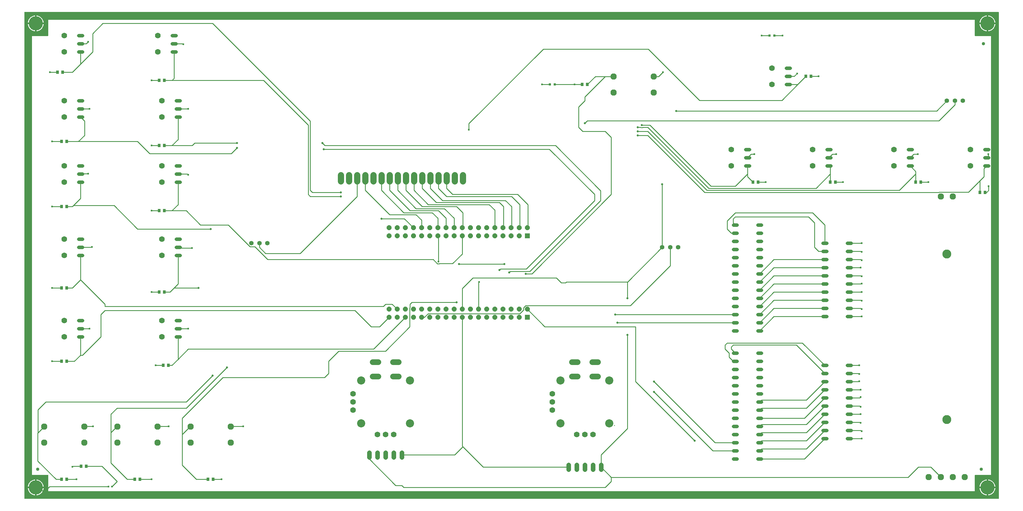
<source format=gbr>
G04 EAGLE Gerber RS-274X export*
G75*
%MOIN*%
%FSLAX34Y34*%
%LPD*%
%INTop Copper*%
%IPPOS*%
%AMOC8*
5,1,8,0,0,1.08239X$1,22.5*%
G01*
%ADD10R,0.060000X0.060000*%
%ADD11P,0.064943X8X202.500000*%
%ADD12C,0.077165*%
%ADD13C,0.055118*%
%ADD14C,0.070000*%
%ADD15C,0.070000*%
%ADD16C,0.100000*%
%ADD17C,0.056000*%
%ADD18C,0.076000*%
%ADD19C,0.110236*%
%ADD20C,0.044094*%
%ADD21C,0.044800*%
%ADD22R,0.031496X0.031496*%
%ADD23R,0.037400X0.040600*%
%ADD24C,0.175000*%
%ADD25C,0.040000*%
%ADD26R,0.024000X0.020000*%
%ADD27C,0.010000*%
%ADD28C,0.024000*%
%ADD29C,0.025780*%

G36*
X119899Y59855D02*
X119899Y59855D01*
X119898Y59860D01*
X119898Y59861D01*
X119898Y59862D01*
X119896Y59867D01*
X119894Y59872D01*
X119894Y59873D01*
X119893Y59874D01*
X119890Y59878D01*
X119887Y59882D01*
X119886Y59883D01*
X119886Y59884D01*
X119882Y59887D01*
X119878Y59890D01*
X119877Y59891D01*
X119876Y59892D01*
X119872Y59894D01*
X119867Y59896D01*
X119866Y59896D01*
X119865Y59897D01*
X119853Y59899D01*
X119851Y59899D01*
X119850Y59899D01*
X150Y59899D01*
X145Y59899D01*
X140Y59898D01*
X139Y59898D01*
X138Y59898D01*
X133Y59896D01*
X128Y59894D01*
X127Y59894D01*
X126Y59893D01*
X122Y59890D01*
X118Y59887D01*
X117Y59886D01*
X116Y59886D01*
X113Y59882D01*
X110Y59878D01*
X109Y59877D01*
X108Y59876D01*
X106Y59872D01*
X104Y59867D01*
X104Y59866D01*
X103Y59865D01*
X101Y59853D01*
X101Y59851D01*
X101Y59850D01*
X101Y150D01*
X101Y145D01*
X102Y140D01*
X102Y139D01*
X102Y138D01*
X104Y133D01*
X106Y128D01*
X106Y127D01*
X107Y126D01*
X110Y122D01*
X113Y118D01*
X114Y117D01*
X114Y116D01*
X118Y113D01*
X122Y110D01*
X123Y109D01*
X124Y108D01*
X128Y106D01*
X133Y104D01*
X134Y104D01*
X135Y103D01*
X147Y101D01*
X149Y101D01*
X150Y101D01*
X119850Y101D01*
X119855Y101D01*
X119860Y102D01*
X119861Y102D01*
X119862Y102D01*
X119867Y104D01*
X119872Y106D01*
X119873Y106D01*
X119874Y107D01*
X119878Y110D01*
X119882Y113D01*
X119883Y114D01*
X119884Y114D01*
X119887Y118D01*
X119890Y122D01*
X119891Y123D01*
X119892Y124D01*
X119894Y128D01*
X119896Y133D01*
X119896Y134D01*
X119897Y135D01*
X119899Y147D01*
X119899Y149D01*
X119899Y150D01*
X119899Y59850D01*
X119899Y59855D01*
G37*
%LPC*%
G36*
X3000Y56951D02*
X3000Y56951D01*
X3005Y56951D01*
X3010Y56952D01*
X3011Y56952D01*
X3012Y56952D01*
X3017Y56954D01*
X3022Y56956D01*
X3023Y56956D01*
X3024Y56957D01*
X3028Y56960D01*
X3032Y56963D01*
X3033Y56964D01*
X3034Y56964D01*
X3037Y56968D01*
X3040Y56972D01*
X3041Y56973D01*
X3042Y56974D01*
X3044Y56978D01*
X3046Y56983D01*
X3046Y56984D01*
X3047Y56985D01*
X3049Y56997D01*
X3049Y56999D01*
X3049Y57000D01*
X3049Y58951D01*
X116951Y58951D01*
X116951Y57000D01*
X116951Y56995D01*
X116952Y56990D01*
X116952Y56989D01*
X116952Y56988D01*
X116954Y56983D01*
X116956Y56978D01*
X116956Y56977D01*
X116957Y56976D01*
X116960Y56972D01*
X116963Y56968D01*
X116964Y56967D01*
X116964Y56966D01*
X116968Y56963D01*
X116972Y56960D01*
X116973Y56959D01*
X116974Y56958D01*
X116978Y56956D01*
X116983Y56954D01*
X116984Y56954D01*
X116985Y56953D01*
X116997Y56951D01*
X116999Y56951D01*
X117000Y56951D01*
X118951Y56951D01*
X118951Y3049D01*
X117000Y3049D01*
X116995Y3049D01*
X116990Y3048D01*
X116989Y3048D01*
X116988Y3048D01*
X116983Y3046D01*
X116978Y3044D01*
X116977Y3044D01*
X116976Y3043D01*
X116972Y3040D01*
X116968Y3037D01*
X116967Y3036D01*
X116966Y3036D01*
X116963Y3032D01*
X116960Y3028D01*
X116959Y3027D01*
X116958Y3026D01*
X116956Y3022D01*
X116954Y3017D01*
X116954Y3016D01*
X116953Y3015D01*
X116951Y3003D01*
X116951Y3001D01*
X116951Y3000D01*
X116951Y1049D01*
X3049Y1049D01*
X3049Y3000D01*
X3049Y3005D01*
X3048Y3010D01*
X3048Y3011D01*
X3048Y3012D01*
X3046Y3017D01*
X3044Y3022D01*
X3044Y3023D01*
X3043Y3024D01*
X3040Y3028D01*
X3037Y3032D01*
X3036Y3033D01*
X3036Y3034D01*
X3032Y3037D01*
X3028Y3040D01*
X3027Y3041D01*
X3026Y3042D01*
X3022Y3044D01*
X3017Y3046D01*
X3016Y3046D01*
X3015Y3047D01*
X3003Y3049D01*
X3001Y3049D01*
X3000Y3049D01*
X1049Y3049D01*
X1049Y56951D01*
X3000Y56951D01*
G37*
%LPD*%
%LPC*%
G36*
X529Y58599D02*
X529Y58599D01*
X537Y58664D01*
X561Y58771D01*
X597Y58874D01*
X645Y58973D01*
X703Y59066D01*
X771Y59151D01*
X849Y59229D01*
X934Y59297D01*
X1027Y59355D01*
X1126Y59403D01*
X1229Y59439D01*
X1336Y59463D01*
X1401Y59471D01*
X1401Y58599D01*
X529Y58599D01*
G37*
%LPD*%
%LPC*%
G36*
X1599Y58599D02*
X1599Y58599D01*
X1599Y59471D01*
X1664Y59463D01*
X1771Y59439D01*
X1874Y59403D01*
X1973Y59355D01*
X2066Y59297D01*
X2151Y59229D01*
X2229Y59151D01*
X2297Y59066D01*
X2355Y58973D01*
X2403Y58874D01*
X2439Y58771D01*
X2463Y58664D01*
X2471Y58599D01*
X1599Y58599D01*
G37*
%LPD*%
%LPC*%
G36*
X117529Y58599D02*
X117529Y58599D01*
X117537Y58664D01*
X117561Y58771D01*
X117597Y58874D01*
X117645Y58973D01*
X117703Y59066D01*
X117771Y59151D01*
X117849Y59229D01*
X117934Y59297D01*
X118027Y59355D01*
X118126Y59403D01*
X118229Y59439D01*
X118336Y59463D01*
X118401Y59471D01*
X118401Y58599D01*
X117529Y58599D01*
G37*
%LPD*%
%LPC*%
G36*
X118599Y58599D02*
X118599Y58599D01*
X118599Y59471D01*
X118664Y59463D01*
X118771Y59439D01*
X118874Y59403D01*
X118973Y59355D01*
X119066Y59297D01*
X119151Y59229D01*
X119229Y59151D01*
X119297Y59066D01*
X119355Y58973D01*
X119403Y58874D01*
X119439Y58771D01*
X119463Y58664D01*
X119471Y58599D01*
X118599Y58599D01*
G37*
%LPD*%
%LPC*%
G36*
X118599Y58401D02*
X118599Y58401D01*
X119471Y58401D01*
X119463Y58336D01*
X119439Y58229D01*
X119403Y58126D01*
X119355Y58027D01*
X119297Y57934D01*
X119229Y57849D01*
X119151Y57771D01*
X119066Y57703D01*
X118973Y57645D01*
X118874Y57597D01*
X118771Y57561D01*
X118664Y57537D01*
X118599Y57529D01*
X118599Y58401D01*
G37*
%LPD*%
%LPC*%
G36*
X118336Y57537D02*
X118336Y57537D01*
X118229Y57561D01*
X118126Y57597D01*
X118027Y57645D01*
X117934Y57703D01*
X117849Y57771D01*
X117771Y57849D01*
X117703Y57934D01*
X117645Y58027D01*
X117597Y58126D01*
X117561Y58229D01*
X117537Y58336D01*
X117529Y58401D01*
X118401Y58401D01*
X118401Y57529D01*
X118336Y57537D01*
G37*
%LPD*%
%LPC*%
G36*
X1599Y58401D02*
X1599Y58401D01*
X2471Y58401D01*
X2463Y58336D01*
X2439Y58229D01*
X2403Y58126D01*
X2355Y58027D01*
X2297Y57934D01*
X2229Y57849D01*
X2151Y57771D01*
X2066Y57703D01*
X1973Y57645D01*
X1874Y57597D01*
X1771Y57561D01*
X1664Y57537D01*
X1599Y57529D01*
X1599Y58401D01*
G37*
%LPD*%
%LPC*%
G36*
X1336Y57537D02*
X1336Y57537D01*
X1229Y57561D01*
X1126Y57597D01*
X1027Y57645D01*
X934Y57703D01*
X849Y57771D01*
X771Y57849D01*
X703Y57934D01*
X645Y58027D01*
X597Y58126D01*
X561Y58229D01*
X537Y58336D01*
X529Y58401D01*
X1401Y58401D01*
X1401Y57529D01*
X1336Y57537D01*
G37*
%LPD*%
%LPC*%
G36*
X1599Y1599D02*
X1599Y1599D01*
X1599Y2471D01*
X1664Y2463D01*
X1771Y2439D01*
X1874Y2403D01*
X1973Y2355D01*
X2066Y2297D01*
X2151Y2229D01*
X2229Y2151D01*
X2297Y2066D01*
X2355Y1973D01*
X2403Y1874D01*
X2439Y1771D01*
X2463Y1664D01*
X2471Y1599D01*
X1599Y1599D01*
G37*
%LPD*%
%LPC*%
G36*
X118599Y1599D02*
X118599Y1599D01*
X118599Y2471D01*
X118664Y2463D01*
X118771Y2439D01*
X118874Y2403D01*
X118973Y2355D01*
X119066Y2297D01*
X119151Y2229D01*
X119229Y2151D01*
X119297Y2066D01*
X119355Y1973D01*
X119403Y1874D01*
X119439Y1771D01*
X119463Y1664D01*
X119471Y1599D01*
X118599Y1599D01*
G37*
%LPD*%
%LPC*%
G36*
X529Y1599D02*
X529Y1599D01*
X537Y1664D01*
X561Y1771D01*
X597Y1874D01*
X645Y1973D01*
X703Y2066D01*
X771Y2151D01*
X849Y2229D01*
X934Y2297D01*
X1027Y2355D01*
X1126Y2403D01*
X1229Y2439D01*
X1336Y2463D01*
X1401Y2471D01*
X1401Y1599D01*
X529Y1599D01*
G37*
%LPD*%
%LPC*%
G36*
X117529Y1599D02*
X117529Y1599D01*
X117537Y1664D01*
X117561Y1771D01*
X117597Y1874D01*
X117645Y1973D01*
X117703Y2066D01*
X117771Y2151D01*
X117849Y2229D01*
X117934Y2297D01*
X118027Y2355D01*
X118126Y2403D01*
X118229Y2439D01*
X118336Y2463D01*
X118401Y2471D01*
X118401Y1599D01*
X117529Y1599D01*
G37*
%LPD*%
%LPC*%
G36*
X118599Y1401D02*
X118599Y1401D01*
X119471Y1401D01*
X119463Y1336D01*
X119439Y1229D01*
X119403Y1126D01*
X119355Y1027D01*
X119297Y934D01*
X119229Y849D01*
X119151Y771D01*
X119066Y703D01*
X118973Y645D01*
X118874Y597D01*
X118771Y561D01*
X118664Y537D01*
X118599Y529D01*
X118599Y1401D01*
G37*
%LPD*%
%LPC*%
G36*
X118336Y537D02*
X118336Y537D01*
X118229Y561D01*
X118126Y597D01*
X118027Y645D01*
X117934Y703D01*
X117849Y771D01*
X117771Y849D01*
X117703Y934D01*
X117645Y1027D01*
X117597Y1126D01*
X117561Y1229D01*
X117537Y1336D01*
X117529Y1401D01*
X118401Y1401D01*
X118401Y529D01*
X118336Y537D01*
G37*
%LPD*%
%LPC*%
G36*
X1599Y1401D02*
X1599Y1401D01*
X2471Y1401D01*
X2463Y1336D01*
X2439Y1229D01*
X2403Y1126D01*
X2355Y1027D01*
X2297Y934D01*
X2229Y849D01*
X2151Y771D01*
X2066Y703D01*
X1973Y645D01*
X1874Y597D01*
X1771Y561D01*
X1664Y537D01*
X1599Y529D01*
X1599Y1401D01*
G37*
%LPD*%
%LPC*%
G36*
X1336Y537D02*
X1336Y537D01*
X1229Y561D01*
X1126Y597D01*
X1027Y645D01*
X934Y703D01*
X849Y771D01*
X771Y849D01*
X703Y934D01*
X645Y1027D01*
X597Y1126D01*
X561Y1229D01*
X537Y1336D01*
X529Y1401D01*
X1401Y1401D01*
X1401Y529D01*
X1336Y537D01*
G37*
%LPD*%
%LPC*%
G36*
X118499Y58499D02*
X118499Y58499D01*
X118499Y58501D01*
X118501Y58501D01*
X118501Y58499D01*
X118499Y58499D01*
G37*
%LPD*%
%LPC*%
G36*
X1499Y58499D02*
X1499Y58499D01*
X1499Y58501D01*
X1501Y58501D01*
X1501Y58499D01*
X1499Y58499D01*
G37*
%LPD*%
%LPC*%
G36*
X118499Y1499D02*
X118499Y1499D01*
X118499Y1501D01*
X118501Y1501D01*
X118501Y1499D01*
X118499Y1499D01*
G37*
%LPD*%
%LPC*%
G36*
X1499Y1499D02*
X1499Y1499D01*
X1499Y1501D01*
X1501Y1501D01*
X1501Y1499D01*
X1499Y1499D01*
G37*
%LPD*%
D10*
X61923Y22390D03*
D11*
X61923Y23390D03*
X60923Y22390D03*
X60923Y23390D03*
X59923Y22390D03*
X59923Y23390D03*
X58923Y22390D03*
X58923Y23390D03*
X57923Y22390D03*
X57923Y23390D03*
X56923Y22390D03*
X56923Y23390D03*
X55923Y22390D03*
X55923Y23390D03*
X54923Y22390D03*
X54923Y23390D03*
X53923Y22390D03*
X53923Y23390D03*
X52923Y22390D03*
X52923Y23390D03*
X51923Y22390D03*
X51923Y23390D03*
X50923Y22390D03*
X50923Y23390D03*
X49923Y22390D03*
X49923Y23390D03*
X48923Y22390D03*
X48923Y23390D03*
X47923Y22390D03*
X47923Y23390D03*
X46923Y22390D03*
X46923Y23390D03*
X45923Y22390D03*
X45923Y23390D03*
X44923Y22390D03*
X44923Y23390D03*
D10*
X61923Y32390D03*
D11*
X61923Y33390D03*
X60923Y32390D03*
X60923Y33390D03*
X59923Y32390D03*
X59923Y33390D03*
X58923Y32390D03*
X58923Y33390D03*
X57923Y32390D03*
X57923Y33390D03*
X56923Y32390D03*
X56923Y33390D03*
X55923Y32390D03*
X55923Y33390D03*
X54923Y32390D03*
X54923Y33390D03*
X53923Y32390D03*
X53923Y33390D03*
X52923Y32390D03*
X52923Y33390D03*
X51923Y32390D03*
X51923Y33390D03*
X50923Y32390D03*
X50923Y33390D03*
X49923Y32390D03*
X49923Y33390D03*
X48923Y32390D03*
X48923Y33390D03*
X47923Y32390D03*
X47923Y33390D03*
X46923Y32390D03*
X46923Y33390D03*
X45923Y32390D03*
X45923Y33390D03*
X44923Y32390D03*
X44923Y33390D03*
D12*
X77461Y51984D03*
X77461Y50016D03*
X72539Y50016D03*
X72539Y51984D03*
D13*
X78516Y31000D03*
X79500Y31000D03*
X80484Y31000D03*
D14*
X43600Y16922D02*
X42900Y16922D01*
X45400Y16922D02*
X46100Y16922D01*
X43600Y15150D02*
X42900Y15150D01*
X45400Y15150D02*
X46100Y15150D01*
D15*
X43500Y8000D03*
X44500Y8000D03*
X45500Y8000D03*
D16*
X41500Y14625D03*
X41500Y9375D03*
X47500Y9375D03*
X47500Y14625D03*
D15*
X40500Y13000D03*
X40500Y12000D03*
X40500Y11000D03*
D17*
X46500Y5780D02*
X46500Y5220D01*
X45500Y5220D02*
X45500Y5780D01*
X44500Y5780D02*
X44500Y5220D01*
X43500Y5220D02*
X43500Y5780D01*
X42500Y5780D02*
X42500Y5220D01*
D18*
X39000Y39120D02*
X39000Y39880D01*
X40000Y39880D02*
X40000Y39120D01*
X41000Y39120D02*
X41000Y39880D01*
X42000Y39880D02*
X42000Y39120D01*
X43000Y39120D02*
X43000Y39880D01*
X44000Y39880D02*
X44000Y39120D01*
X45000Y39120D02*
X45000Y39880D01*
X46000Y39880D02*
X46000Y39120D01*
X47000Y39120D02*
X47000Y39880D01*
X48000Y39880D02*
X48000Y39120D01*
X49000Y39120D02*
X49000Y39880D01*
X50000Y39880D02*
X50000Y39120D01*
X51000Y39120D02*
X51000Y39880D01*
X52000Y39880D02*
X52000Y39120D01*
X53000Y39120D02*
X53000Y39880D01*
X54000Y39880D02*
X54000Y39120D01*
D19*
X113500Y9823D03*
X113500Y30177D03*
D12*
X111285Y2776D03*
X112762Y2776D03*
X114238Y2776D03*
X115715Y2776D03*
X112762Y37224D03*
X114238Y37224D03*
D20*
X87720Y18000D02*
X87280Y18000D01*
X87280Y17000D02*
X87720Y17000D01*
X87720Y16000D02*
X87280Y16000D01*
X87280Y15000D02*
X87720Y15000D01*
X87720Y14000D02*
X87280Y14000D01*
X87280Y13000D02*
X87720Y13000D01*
X87720Y12000D02*
X87280Y12000D01*
X87280Y11000D02*
X87720Y11000D01*
X87720Y10000D02*
X87280Y10000D01*
X87280Y9000D02*
X87720Y9000D01*
X87720Y8000D02*
X87280Y8000D01*
X87280Y7000D02*
X87720Y7000D01*
X87720Y6000D02*
X87280Y6000D01*
X87280Y5000D02*
X87720Y5000D01*
X90280Y18000D02*
X90720Y18000D01*
X90720Y17000D02*
X90280Y17000D01*
X90280Y16000D02*
X90720Y16000D01*
X90720Y15000D02*
X90280Y15000D01*
X90280Y14000D02*
X90720Y14000D01*
X90720Y13000D02*
X90280Y13000D01*
X90280Y12000D02*
X90720Y12000D01*
X90720Y11000D02*
X90280Y11000D01*
X90280Y10000D02*
X90720Y10000D01*
X90720Y9000D02*
X90280Y9000D01*
X90280Y8000D02*
X90720Y8000D01*
X90720Y7000D02*
X90280Y7000D01*
X90280Y6000D02*
X90720Y6000D01*
X90720Y5000D02*
X90280Y5000D01*
D21*
X98276Y16500D02*
X98724Y16500D01*
X98724Y15500D02*
X98276Y15500D01*
X98276Y10500D02*
X98724Y10500D01*
X98724Y9500D02*
X98276Y9500D01*
X98276Y14500D02*
X98724Y14500D01*
X98724Y13500D02*
X98276Y13500D01*
X98276Y11500D02*
X98724Y11500D01*
X98724Y12500D02*
X98276Y12500D01*
X98276Y8500D02*
X98724Y8500D01*
X98724Y7500D02*
X98276Y7500D01*
X101276Y7500D02*
X101724Y7500D01*
X101724Y8500D02*
X101276Y8500D01*
X101276Y9500D02*
X101724Y9500D01*
X101724Y10500D02*
X101276Y10500D01*
X101276Y11500D02*
X101724Y11500D01*
X101724Y12500D02*
X101276Y12500D01*
X101276Y13500D02*
X101724Y13500D01*
X101724Y14500D02*
X101276Y14500D01*
X101276Y15500D02*
X101724Y15500D01*
X101724Y16500D02*
X101276Y16500D01*
D13*
X113516Y49000D03*
X114500Y49000D03*
X115484Y49000D03*
D22*
X65295Y51000D03*
X64705Y51000D03*
D21*
X7224Y55000D02*
X6776Y55000D01*
X6776Y56000D02*
X7224Y56000D01*
X7224Y57000D02*
X6776Y57000D01*
D15*
X5000Y55000D03*
X5000Y57000D03*
D21*
X18276Y55000D02*
X18724Y55000D01*
X18724Y56000D02*
X18276Y56000D01*
X18276Y57000D02*
X18724Y57000D01*
D15*
X16500Y55000D03*
X16500Y57000D03*
D22*
X91705Y57000D03*
X92295Y57000D03*
D23*
X4815Y52500D03*
X4185Y52500D03*
X17315Y51500D03*
X16685Y51500D03*
D21*
X7224Y47000D02*
X6776Y47000D01*
X6776Y48000D02*
X7224Y48000D01*
X7224Y49000D02*
X6776Y49000D01*
D15*
X5000Y47000D03*
X5000Y49000D03*
D23*
X5315Y44000D03*
X4685Y44000D03*
D21*
X18776Y47000D02*
X19224Y47000D01*
X19224Y48000D02*
X18776Y48000D01*
X18776Y49000D02*
X19224Y49000D01*
D15*
X17000Y47000D03*
X17000Y49000D03*
D23*
X17315Y43500D03*
X16685Y43500D03*
D21*
X7224Y39000D02*
X6776Y39000D01*
X6776Y40000D02*
X7224Y40000D01*
X7224Y41000D02*
X6776Y41000D01*
D15*
X5000Y39000D03*
X5000Y41000D03*
D23*
X5315Y36000D03*
X4685Y36000D03*
D21*
X18776Y39000D02*
X19224Y39000D01*
X19224Y40000D02*
X18776Y40000D01*
X18776Y41000D02*
X19224Y41000D01*
D15*
X17000Y39000D03*
X17000Y41000D03*
D23*
X17315Y35500D03*
X16685Y35500D03*
D21*
X7224Y30000D02*
X6776Y30000D01*
X6776Y31000D02*
X7224Y31000D01*
X7224Y32000D02*
X6776Y32000D01*
D15*
X5000Y30000D03*
X5000Y32000D03*
D23*
X5315Y26000D03*
X4685Y26000D03*
D21*
X18776Y30000D02*
X19224Y30000D01*
X19224Y31000D02*
X18776Y31000D01*
X18776Y32000D02*
X19224Y32000D01*
D15*
X17000Y30000D03*
X17000Y32000D03*
D23*
X17315Y25500D03*
X16685Y25500D03*
D21*
X7224Y20000D02*
X6776Y20000D01*
X6776Y21000D02*
X7224Y21000D01*
X7224Y22000D02*
X6776Y22000D01*
D15*
X5000Y20000D03*
X5000Y22000D03*
D23*
X5315Y17000D03*
X4685Y17000D03*
D21*
X18776Y20000D02*
X19224Y20000D01*
X19224Y21000D02*
X18776Y21000D01*
X18776Y22000D02*
X19224Y22000D01*
D15*
X17000Y20000D03*
X17000Y22000D03*
D23*
X17815Y16500D03*
X17185Y16500D03*
D21*
X93776Y51000D02*
X94224Y51000D01*
X94224Y52000D02*
X93776Y52000D01*
X93776Y53000D02*
X94224Y53000D01*
D15*
X92000Y51000D03*
X92000Y53000D03*
D23*
X96185Y52000D03*
X96815Y52000D03*
D21*
X89224Y41000D02*
X88776Y41000D01*
X88776Y42000D02*
X89224Y42000D01*
X89224Y43000D02*
X88776Y43000D01*
D15*
X87000Y41000D03*
X87000Y43000D03*
D23*
X89685Y39000D03*
X90315Y39000D03*
D21*
X98776Y41000D02*
X99224Y41000D01*
X99224Y42000D02*
X98776Y42000D01*
X98776Y43000D02*
X99224Y43000D01*
D15*
X97000Y41000D03*
X97000Y43000D03*
D23*
X99185Y39000D03*
X99815Y39000D03*
D21*
X108776Y41000D02*
X109224Y41000D01*
X109224Y42000D02*
X108776Y42000D01*
X108776Y43000D02*
X109224Y43000D01*
D15*
X107000Y41000D03*
X107000Y43000D03*
D23*
X109685Y39000D03*
X110315Y39000D03*
D21*
X118176Y41000D02*
X118624Y41000D01*
X118624Y42000D02*
X118176Y42000D01*
X118176Y43000D02*
X118624Y43000D01*
D15*
X116400Y41000D03*
X116400Y43000D03*
D23*
X117585Y37750D03*
X118215Y37750D03*
X68685Y51000D03*
X69315Y51000D03*
D12*
X7461Y8984D03*
X7461Y7016D03*
X2539Y7016D03*
X2539Y8984D03*
D23*
X5315Y2500D03*
X4685Y2500D03*
D12*
X16461Y8984D03*
X16461Y7016D03*
X11539Y7016D03*
X11539Y8984D03*
D23*
X14315Y2500D03*
X13685Y2500D03*
D12*
X25461Y8984D03*
X25461Y7016D03*
X20539Y7016D03*
X20539Y8984D03*
D23*
X23315Y2500D03*
X22685Y2500D03*
D13*
X28016Y31500D03*
X29000Y31500D03*
X29984Y31500D03*
D14*
X67400Y16922D02*
X68100Y16922D01*
X69900Y16922D02*
X70600Y16922D01*
X68100Y15150D02*
X67400Y15150D01*
X69900Y15150D02*
X70600Y15150D01*
D15*
X68000Y8000D03*
X69000Y8000D03*
X70000Y8000D03*
D16*
X66000Y14625D03*
X66000Y9375D03*
X72000Y9375D03*
X72000Y14625D03*
D15*
X65000Y13000D03*
X65000Y12000D03*
X65000Y11000D03*
D17*
X67000Y4280D02*
X67000Y3720D01*
X68000Y3720D02*
X68000Y4280D01*
X69000Y4280D02*
X69000Y3720D01*
X70000Y3720D02*
X70000Y4280D01*
X71000Y4280D02*
X71000Y3720D01*
D20*
X87280Y33750D02*
X87720Y33750D01*
X87720Y32750D02*
X87280Y32750D01*
X87280Y31750D02*
X87720Y31750D01*
X87720Y30750D02*
X87280Y30750D01*
X87280Y29750D02*
X87720Y29750D01*
X87720Y28750D02*
X87280Y28750D01*
X87280Y27750D02*
X87720Y27750D01*
X87720Y26750D02*
X87280Y26750D01*
X87280Y25750D02*
X87720Y25750D01*
X87720Y24750D02*
X87280Y24750D01*
X87280Y23750D02*
X87720Y23750D01*
X87720Y22750D02*
X87280Y22750D01*
X87280Y21750D02*
X87720Y21750D01*
X87720Y20750D02*
X87280Y20750D01*
X90280Y33750D02*
X90720Y33750D01*
X90720Y32750D02*
X90280Y32750D01*
X90280Y31750D02*
X90720Y31750D01*
X90720Y30750D02*
X90280Y30750D01*
X90280Y29750D02*
X90720Y29750D01*
X90720Y28750D02*
X90280Y28750D01*
X90280Y27750D02*
X90720Y27750D01*
X90720Y26750D02*
X90280Y26750D01*
X90280Y25750D02*
X90720Y25750D01*
X90720Y24750D02*
X90280Y24750D01*
X90280Y23750D02*
X90720Y23750D01*
X90720Y22750D02*
X90280Y22750D01*
X90280Y21750D02*
X90720Y21750D01*
X90720Y20750D02*
X90280Y20750D01*
D21*
X98276Y31500D02*
X98724Y31500D01*
X98724Y30500D02*
X98276Y30500D01*
X98276Y25500D02*
X98724Y25500D01*
X98724Y24500D02*
X98276Y24500D01*
X98276Y29500D02*
X98724Y29500D01*
X98724Y28500D02*
X98276Y28500D01*
X98276Y26500D02*
X98724Y26500D01*
X98724Y27500D02*
X98276Y27500D01*
X98276Y23500D02*
X98724Y23500D01*
X98724Y22500D02*
X98276Y22500D01*
X101276Y22500D02*
X101724Y22500D01*
X101724Y23500D02*
X101276Y23500D01*
X101276Y24500D02*
X101724Y24500D01*
X101724Y25500D02*
X101276Y25500D01*
X101276Y26500D02*
X101724Y26500D01*
X101724Y27500D02*
X101276Y27500D01*
X101276Y28500D02*
X101724Y28500D01*
X101724Y29500D02*
X101276Y29500D01*
X101276Y30500D02*
X101724Y30500D01*
X101724Y31500D02*
X101276Y31500D01*
D24*
X1500Y1500D03*
X1500Y58500D03*
X118500Y58500D03*
X118500Y1500D03*
D25*
X1750Y3750D03*
X117750Y3750D03*
X118000Y56000D03*
D23*
X7085Y4100D03*
X7715Y4100D03*
D26*
X10430Y1600D03*
X10870Y1600D03*
D27*
X25461Y8984D02*
X25476Y9000D01*
X27000Y9000D01*
D28*
X27000Y9000D03*
D27*
X7085Y4100D02*
X6050Y4100D01*
X6000Y4050D01*
D28*
X6000Y4050D03*
D27*
X16461Y8984D02*
X16476Y9000D01*
X17850Y9000D01*
D28*
X17850Y9000D03*
D27*
X7476Y9000D02*
X7461Y8984D01*
X7476Y9000D02*
X8550Y9000D01*
D28*
X8550Y9000D03*
D27*
X8100Y21000D02*
X7000Y21000D01*
D28*
X8100Y21000D03*
D27*
X19000Y21000D02*
X20250Y21000D01*
D28*
X20250Y21000D03*
D27*
X8350Y31000D02*
X7000Y31000D01*
X8350Y31000D02*
X8400Y31050D01*
D28*
X8400Y31050D03*
D27*
X19000Y31000D02*
X19100Y30900D01*
X20700Y30900D01*
D28*
X20700Y30900D03*
D27*
X7050Y40050D02*
X7000Y40000D01*
X7050Y40050D02*
X7950Y40050D01*
D28*
X7950Y40050D03*
D27*
X19000Y40000D02*
X20150Y40000D01*
X20250Y39900D01*
D28*
X20250Y39900D03*
D27*
X8100Y48000D02*
X7000Y48000D01*
D28*
X8100Y48000D03*
D27*
X19000Y48000D02*
X20250Y48000D01*
D28*
X20250Y48000D03*
D27*
X7700Y56000D02*
X7000Y56000D01*
X7700Y56000D02*
X7950Y56250D01*
D28*
X7950Y56250D03*
D27*
X18500Y56000D02*
X19600Y56000D01*
X19650Y55950D01*
D28*
X19650Y55950D03*
D27*
X63750Y51000D02*
X64705Y51000D01*
D28*
X63750Y51000D03*
D27*
X77461Y51984D02*
X78084Y51984D01*
X78600Y52500D01*
D28*
X78600Y52500D03*
D27*
X92295Y57000D02*
X93300Y57000D01*
D28*
X93300Y57000D03*
D27*
X94000Y52000D02*
X94750Y52000D01*
X95100Y52350D01*
D28*
X95100Y52350D03*
D27*
X118400Y42000D02*
X118600Y42200D01*
X118600Y42450D01*
D28*
X118600Y42450D03*
D27*
X109450Y42450D02*
X109000Y42000D01*
X109450Y42450D02*
X109950Y42450D01*
D28*
X109950Y42450D03*
D27*
X99450Y42450D02*
X99000Y42000D01*
X99450Y42450D02*
X99900Y42450D01*
D28*
X99900Y42450D03*
D27*
X89450Y42450D02*
X89000Y42000D01*
X89450Y42450D02*
X89850Y42450D01*
D28*
X89850Y42450D03*
D27*
X101500Y31500D02*
X103050Y31500D01*
X103000Y30500D02*
X101500Y30500D01*
X103000Y30500D02*
X103050Y30450D01*
X102950Y29500D02*
X101500Y29500D01*
X102950Y29500D02*
X103050Y29400D01*
X102900Y28500D02*
X101500Y28500D01*
X101500Y27500D02*
X103000Y27500D01*
X103050Y27450D01*
X103000Y26500D02*
X101500Y26500D01*
X103000Y26500D02*
X103050Y26550D01*
X103050Y25500D02*
X101500Y25500D01*
X101500Y24500D02*
X103000Y24500D01*
X103050Y24450D01*
X102950Y23500D02*
X101500Y23500D01*
X102950Y23500D02*
X103050Y23400D01*
X103050Y22500D02*
X101500Y22500D01*
X101500Y16500D02*
X102750Y16500D01*
X102700Y15500D02*
X101500Y15500D01*
X102700Y15500D02*
X102750Y15450D01*
X102700Y14500D02*
X101500Y14500D01*
X102700Y14500D02*
X102750Y14550D01*
X102900Y13500D02*
X101500Y13500D01*
X101500Y12500D02*
X102800Y12500D01*
X102900Y12600D01*
X102800Y11500D02*
X101500Y11500D01*
X102800Y11500D02*
X102900Y11400D01*
X102900Y10500D02*
X101500Y10500D01*
X101500Y9500D02*
X102850Y9500D01*
X102900Y9450D01*
X102950Y8500D02*
X101500Y8500D01*
X102950Y8500D02*
X103050Y8400D01*
X103050Y7500D02*
X101500Y7500D01*
D28*
X103050Y7500D03*
X103050Y8400D03*
X102900Y9450D03*
X102900Y10500D03*
X102900Y11400D03*
X102900Y12600D03*
X102900Y13500D03*
X102750Y14550D03*
X102750Y15450D03*
X102750Y16500D03*
X103050Y22500D03*
X103050Y23400D03*
X103050Y24450D03*
X103050Y25500D03*
X103050Y26550D03*
X103050Y27450D03*
X102900Y28500D03*
X103050Y29400D03*
X103050Y30450D03*
X103050Y31500D03*
D27*
X43250Y16922D02*
X43250Y16900D01*
X6000Y52500D02*
X4815Y52500D01*
X6000Y52500D02*
X7000Y53500D01*
X7000Y55000D01*
X7000Y53500D02*
X8500Y55000D01*
X8500Y57250D01*
X9750Y58500D01*
X23250Y58500D01*
D29*
X39000Y37750D03*
D27*
X35500Y37750D01*
X35250Y46500D02*
X23250Y58500D01*
X35250Y38000D02*
X35500Y37750D01*
X35250Y38000D02*
X35250Y46500D01*
X67750Y51000D02*
X68685Y51000D01*
D28*
X67750Y51000D03*
D27*
X17185Y16500D02*
X16250Y16500D01*
D28*
X16250Y16500D03*
D27*
X4685Y17000D02*
X3500Y17000D01*
D28*
X3500Y17000D03*
D27*
X3500Y26000D02*
X4685Y26000D01*
D28*
X3500Y26000D03*
D27*
X3500Y36000D02*
X4685Y36000D01*
D28*
X3500Y36000D03*
D27*
X3500Y44000D02*
X4685Y44000D01*
D28*
X3500Y44000D03*
D27*
X3250Y52500D02*
X4185Y52500D01*
D28*
X3250Y52500D03*
D27*
X15750Y51500D02*
X16685Y51500D01*
D28*
X15750Y51500D03*
D27*
X15750Y43500D02*
X16685Y43500D01*
D28*
X15750Y43500D03*
D27*
X15750Y35500D02*
X16685Y35500D01*
D28*
X15750Y35500D03*
D27*
X15750Y25500D02*
X16685Y25500D01*
D28*
X15750Y25500D03*
D27*
X6500Y2500D02*
X5315Y2500D01*
D28*
X6500Y2500D03*
D27*
X14315Y2500D02*
X15750Y2500D01*
D28*
X15750Y2500D03*
D27*
X23315Y2500D02*
X24350Y2500D01*
D28*
X24350Y2500D03*
D27*
X96815Y52000D02*
X97750Y52000D01*
D28*
X97750Y52000D03*
D27*
X91705Y57000D02*
X90750Y57000D01*
D28*
X90750Y57000D03*
D27*
X110315Y39000D02*
X111250Y39000D01*
D28*
X111250Y39000D03*
D27*
X118650Y38500D02*
X118650Y38000D01*
X118400Y37750D01*
X118215Y37750D01*
D28*
X118650Y38500D03*
D27*
X100750Y39000D02*
X99815Y39000D01*
D28*
X100750Y39000D03*
D27*
X91250Y39000D02*
X90315Y39000D01*
D28*
X91250Y39000D03*
D27*
X56000Y26750D02*
X55923Y26750D01*
X55923Y23390D01*
D28*
X56000Y26750D03*
D27*
X51000Y32313D02*
X50923Y32390D01*
X51000Y32313D02*
X51000Y29250D01*
D28*
X51000Y29250D03*
D27*
X65295Y51000D02*
X67750Y51000D01*
X18500Y51750D02*
X18250Y51500D01*
X17315Y51500D01*
X18500Y51750D02*
X18500Y55000D01*
X35000Y46000D02*
X35000Y37500D01*
D29*
X39000Y37250D03*
D27*
X35250Y37250D01*
X29500Y51500D02*
X18250Y51500D01*
X29500Y51500D02*
X35000Y46000D01*
D29*
X44000Y34500D03*
D27*
X46813Y34500D01*
X47923Y33390D01*
X35250Y37250D02*
X35000Y37500D01*
X6750Y44000D02*
X5315Y44000D01*
X7500Y44750D02*
X7500Y46500D01*
X7000Y47000D01*
X7500Y44750D02*
X6750Y44000D01*
X14000Y44000D01*
X15500Y42500D01*
X25550Y42500D01*
X26250Y43200D01*
D29*
X26250Y43200D03*
X36900Y43050D03*
D27*
X64650Y43050D01*
X70200Y37500D01*
X70200Y36750D01*
X61800Y28350D02*
X58650Y28350D01*
X58500Y28200D01*
D29*
X58500Y28200D03*
D27*
X61800Y28350D02*
X70200Y36750D01*
X18250Y43500D02*
X17315Y43500D01*
X18250Y43500D02*
X19000Y44250D01*
X19000Y47000D01*
X18250Y43500D02*
X20750Y43500D01*
D29*
X59700Y27900D03*
D27*
X59850Y28050D01*
X62250Y28050D01*
X70950Y36750D01*
X70950Y37950D01*
X65400Y43500D01*
X37050Y43500D02*
X36750Y43800D01*
D29*
X36750Y43800D03*
D27*
X37050Y43500D02*
X65400Y43500D01*
D29*
X26250Y43800D03*
D27*
X21050Y43800D01*
X20750Y43500D01*
X6000Y36000D02*
X5315Y36000D01*
X6000Y36000D02*
X6125Y36125D01*
X7000Y37000D01*
X7000Y39000D01*
X6125Y36125D02*
X11125Y36125D01*
X14000Y33250D02*
X23000Y33250D01*
X14000Y33250D02*
X11125Y36125D01*
D29*
X23000Y33250D03*
D27*
X18250Y35500D02*
X17315Y35500D01*
X18250Y35500D02*
X19000Y36250D01*
X19000Y39000D01*
X18250Y35500D02*
X20000Y35500D01*
X21750Y33750D01*
X27839Y31074D02*
X28426Y31074D01*
X27839Y31074D02*
X25164Y33750D01*
X50888Y28980D02*
X51112Y28980D01*
X51132Y29000D01*
X52750Y29000D01*
X50888Y28980D02*
X50368Y29500D01*
X52750Y29000D02*
X53923Y30173D01*
X53923Y32390D01*
X25164Y33750D02*
X21750Y33750D01*
X28426Y31074D02*
X30000Y29500D01*
X50368Y29500D01*
X6000Y26000D02*
X5315Y26000D01*
X6000Y26000D02*
X7000Y27000D01*
X7000Y30000D01*
X7000Y27000D02*
X10000Y24000D01*
X10000Y23750D01*
X44250Y23750D02*
X44500Y24000D01*
X45313Y24000D02*
X45923Y23390D01*
X44250Y23750D02*
X10000Y23750D01*
X44500Y24000D02*
X45313Y24000D01*
X18000Y25500D02*
X17315Y25500D01*
X18000Y25500D02*
X18500Y26000D01*
X19000Y26500D01*
X19000Y30000D01*
D29*
X21500Y26000D03*
D27*
X18500Y26000D01*
X6250Y17000D02*
X5315Y17000D01*
X6250Y17000D02*
X7000Y17750D01*
X7000Y20000D01*
X7000Y17750D02*
X7250Y17750D01*
X9500Y20000D02*
X9500Y22750D01*
X10000Y23250D01*
X9500Y20000D02*
X7250Y17750D01*
X40750Y23250D02*
X42750Y21250D01*
X43783Y21250D01*
X44923Y22390D01*
X40750Y23250D02*
X10000Y23250D01*
X17815Y16500D02*
X18250Y16500D01*
X19000Y17250D01*
X19000Y20000D01*
X20250Y18500D02*
X19000Y17250D01*
X43033Y18500D02*
X46923Y22390D01*
X43033Y18500D02*
X20250Y18500D01*
X95185Y51000D02*
X96185Y52000D01*
X95185Y51000D02*
X94000Y51000D01*
X95185Y51000D02*
X93235Y49050D01*
X83100Y49050D01*
X76800Y55350D01*
X63900Y55350D01*
X54750Y46200D02*
X54750Y45450D01*
D28*
X54750Y45450D03*
D27*
X54750Y46200D02*
X63900Y55350D01*
X89000Y39685D02*
X89685Y39000D01*
X89000Y39685D02*
X89000Y40000D01*
X89000Y41000D01*
X89000Y40000D02*
X87500Y38500D01*
X84500Y38500D02*
X77000Y46000D01*
X84500Y38500D02*
X87500Y38500D01*
X77000Y46000D02*
X76000Y46000D01*
D29*
X76000Y46000D03*
D27*
X99185Y40000D02*
X99185Y39000D01*
X99185Y40000D02*
X99185Y40815D01*
X99000Y41000D01*
X99185Y40000D02*
X97435Y38250D01*
X84250Y38250D01*
X76750Y45750D01*
D29*
X75500Y45750D03*
D27*
X76144Y45750D02*
X76750Y45750D01*
X76144Y45750D02*
X76116Y45721D01*
X75884Y45721D01*
X75856Y45750D01*
X75500Y45750D01*
X109685Y40000D02*
X109685Y39000D01*
X109685Y40000D02*
X109685Y40315D01*
X109000Y41000D01*
X109685Y40000D02*
X107685Y38000D01*
X84000Y38000D01*
X76750Y45250D01*
X75500Y45250D01*
D29*
X75500Y45250D03*
D27*
X117585Y39185D02*
X117585Y37750D01*
X118085Y39685D02*
X118085Y40685D01*
X118400Y41000D01*
X112540Y37760D02*
X112530Y37750D01*
X112540Y37760D02*
X116160Y37760D01*
X117585Y39185D02*
X118085Y39685D01*
X117585Y39185D02*
X116160Y37760D01*
X112530Y37750D02*
X83750Y37750D01*
X76750Y44750D02*
X75500Y44750D01*
D29*
X75500Y44750D03*
D27*
X76750Y44750D02*
X83750Y37750D01*
X70299Y51984D02*
X69315Y51000D01*
X70299Y51984D02*
X71500Y51984D01*
X72539Y51984D01*
X71500Y51984D02*
X69000Y49484D01*
X69000Y49000D01*
X68250Y48250D02*
X68250Y46000D01*
X68250Y45750D01*
X68250Y48250D02*
X69000Y49000D01*
X71500Y45250D02*
X72250Y44500D01*
X72250Y37500D01*
X62500Y27750D02*
X61750Y27750D01*
D29*
X61750Y27750D03*
D27*
X68750Y45250D02*
X71500Y45250D01*
X72250Y37500D02*
X62500Y27750D01*
X68750Y45250D02*
X68250Y45750D01*
X4685Y2500D02*
X4000Y2500D01*
X1750Y4750D01*
X1750Y8195D02*
X1778Y8222D01*
X2539Y8984D01*
X1750Y8195D02*
X1750Y4750D01*
X1778Y8222D02*
X1778Y11028D01*
X20000Y12000D02*
X23250Y15250D01*
X2750Y12000D02*
X1778Y11028D01*
X2750Y12000D02*
X20000Y12000D01*
D29*
X23250Y15250D03*
D27*
X13685Y2500D02*
X12750Y2500D01*
X10750Y4500D01*
X10750Y8250D01*
X11484Y8984D01*
X11539Y8984D01*
X10750Y8250D02*
X10750Y10500D01*
X11500Y11250D01*
X20000Y11250D01*
D29*
X25000Y16250D03*
D27*
X20000Y11250D01*
X21250Y2500D02*
X22685Y2500D01*
X21250Y2500D02*
X19500Y4250D01*
X19500Y8000D01*
X20484Y8984D01*
X20539Y8984D01*
X19500Y8000D02*
X19500Y10000D01*
X24500Y15000D01*
X37500Y15500D02*
X37500Y17000D01*
X37500Y15500D02*
X37000Y15000D01*
X24500Y15000D01*
X38750Y18250D02*
X44500Y18250D01*
X47473Y23576D02*
X47500Y23603D01*
X47500Y24000D01*
X47473Y21223D02*
X44500Y18250D01*
X47473Y21223D02*
X47473Y23576D01*
X47500Y24000D02*
X47750Y24250D01*
X53250Y24250D01*
D29*
X53250Y24250D03*
D27*
X38750Y18250D02*
X37500Y17000D01*
X79500Y28750D02*
X79500Y31000D01*
X61737Y23840D02*
X61473Y23576D01*
X49287Y22390D02*
X48923Y22390D01*
X49287Y22390D02*
X49737Y22840D01*
X61737Y23840D02*
X74590Y23840D01*
X61473Y23576D02*
X61473Y23303D01*
X61010Y22840D01*
X49737Y22840D01*
X74590Y23840D02*
X79500Y28750D01*
X114500Y48500D02*
X114500Y49000D01*
X114500Y48500D02*
X112550Y46550D01*
D29*
X69000Y46250D03*
D27*
X69300Y46550D02*
X112550Y46550D01*
X69300Y46550D02*
X69000Y46250D01*
X53923Y22390D02*
X53923Y6577D01*
X54000Y6500D01*
X53000Y5500D01*
X46500Y5500D01*
X54000Y6500D02*
X56500Y4000D01*
X67000Y4000D01*
X53923Y23390D02*
X53923Y25923D01*
X55250Y27250D01*
X66096Y26653D02*
X66628Y26653D01*
X66096Y26653D02*
X65499Y27250D01*
X66628Y26653D02*
X66725Y26750D01*
X74266Y26750D02*
X78516Y31000D01*
X65499Y27250D02*
X55250Y27250D01*
X66725Y26750D02*
X74266Y26750D01*
X112266Y47750D02*
X113516Y49000D01*
X111537Y4000D02*
X112762Y2776D01*
X72250Y2750D02*
X71000Y4000D01*
X72250Y2750D02*
X108750Y2750D01*
X72250Y2750D02*
X72250Y2250D01*
X71500Y1500D01*
X46750Y1500D01*
X46500Y1750D01*
X45750Y1750D01*
X42500Y5000D01*
X42500Y5500D01*
X78516Y31000D02*
X78516Y38734D01*
X78500Y38750D01*
D29*
X78500Y38750D03*
X80250Y47750D03*
D27*
X112266Y47750D01*
X71000Y5500D02*
X71000Y4000D01*
X71000Y5500D02*
X74250Y8750D01*
X74250Y20250D01*
D29*
X74250Y20250D03*
X74250Y24750D03*
D27*
X74250Y26734D01*
X74266Y26750D01*
X108750Y2750D02*
X110000Y4000D01*
X111537Y4000D01*
D29*
X82500Y7250D03*
D27*
X75250Y14500D01*
X75250Y21250D01*
X64063Y21250D02*
X61923Y23390D01*
X64063Y21250D02*
X75250Y21250D01*
X41000Y37250D02*
X41000Y39500D01*
X34000Y30250D02*
X29750Y30250D01*
X29000Y31000D01*
X29000Y31500D01*
X34000Y30250D02*
X41000Y37250D01*
X42000Y38000D02*
X42000Y39500D01*
X42000Y38000D02*
X45000Y35000D01*
X48923Y34327D02*
X48923Y33390D01*
X48250Y35000D02*
X45000Y35000D01*
X48250Y35000D02*
X48923Y34327D01*
X44000Y38000D02*
X44000Y39500D01*
X44000Y38000D02*
X46750Y35250D01*
X50250Y35250D02*
X50923Y34577D01*
X50923Y33390D01*
X50250Y35250D02*
X46750Y35250D01*
X45000Y38000D02*
X45000Y39500D01*
X45000Y38000D02*
X47500Y35500D01*
X51000Y35500D02*
X51923Y34577D01*
X51923Y33390D01*
X51000Y35500D02*
X47500Y35500D01*
X46000Y38000D02*
X46000Y39500D01*
X46000Y38000D02*
X48250Y35750D01*
X51750Y35750D02*
X52923Y34577D01*
X52923Y33390D01*
X51750Y35750D02*
X48250Y35750D01*
X47000Y38000D02*
X47000Y39500D01*
X53250Y36000D02*
X54000Y35250D01*
X54000Y33467D01*
X53923Y33390D01*
X49000Y36000D02*
X47000Y38000D01*
X49000Y36000D02*
X53250Y36000D01*
X48000Y38000D02*
X48000Y39500D01*
X48000Y38000D02*
X49750Y36250D01*
X57923Y35577D02*
X57923Y33390D01*
X57250Y36250D02*
X49750Y36250D01*
X57250Y36250D02*
X57923Y35577D01*
X49000Y38250D02*
X49000Y39500D01*
X49000Y38250D02*
X50750Y36500D01*
X58500Y36500D02*
X59000Y36000D01*
X59000Y33467D01*
X58923Y33390D01*
X58500Y36500D02*
X50750Y36500D01*
X50000Y38250D02*
X50000Y39500D01*
X50000Y38250D02*
X51500Y36750D01*
X59250Y36750D02*
X60000Y36000D01*
X60000Y33467D01*
X59923Y33390D01*
X59250Y36750D02*
X51500Y36750D01*
X51000Y38250D02*
X51000Y39500D01*
X51000Y38250D02*
X52000Y37250D01*
X60000Y37250D01*
X61000Y36250D01*
X61000Y33467D01*
X60923Y33390D01*
X52000Y38250D02*
X52000Y39500D01*
X52000Y38250D02*
X52750Y37500D01*
X60750Y37500D02*
X62000Y36250D01*
X62000Y33467D01*
X61923Y33390D01*
X60750Y37500D02*
X52750Y37500D01*
X72650Y9150D02*
X72650Y9106D01*
X84750Y6000D02*
X87500Y6000D01*
D29*
X77500Y13250D03*
D27*
X84750Y6000D01*
X85000Y7000D02*
X87500Y7000D01*
D29*
X77500Y14500D03*
D27*
X85000Y7000D01*
X90500Y12000D02*
X90750Y12250D01*
X96250Y12250D02*
X98500Y14500D01*
X96250Y12250D02*
X90750Y12250D01*
X90750Y11250D02*
X90500Y11000D01*
X96250Y11250D02*
X98500Y13500D01*
X96250Y11250D02*
X90750Y11250D01*
X87500Y18000D02*
X87000Y18500D01*
X87000Y18750D01*
X87250Y19000D01*
X95000Y19000D02*
X98500Y15500D01*
X95000Y19000D02*
X87250Y19000D01*
X90500Y20750D02*
X92250Y22500D01*
X98500Y22500D01*
X87500Y33750D02*
X87250Y34000D01*
X87250Y34500D01*
X87500Y34750D01*
X96500Y34750D01*
X97250Y34000D01*
X97250Y31000D02*
X97750Y30500D01*
X98500Y30500D01*
X97250Y31000D02*
X97250Y34000D01*
X97000Y35250D02*
X87500Y35250D01*
X86500Y34250D01*
X86500Y33250D01*
X87000Y32750D01*
X87500Y32750D01*
X98500Y33750D02*
X98500Y31500D01*
X98500Y33750D02*
X97000Y35250D01*
X87500Y22750D02*
X72750Y22750D01*
D29*
X72750Y22750D03*
X59100Y28950D03*
D27*
X53550Y28950D01*
D29*
X53550Y28950D03*
D27*
X73000Y21750D02*
X87500Y21750D01*
D29*
X73000Y21750D03*
D27*
X10430Y1600D02*
X3200Y1600D01*
X2700Y1100D01*
X1900Y1100D01*
X1500Y1500D01*
X10870Y1600D02*
X11510Y2240D01*
X9650Y4100D01*
X7715Y4100D01*
X86250Y18500D02*
X86750Y18000D01*
X86250Y18500D02*
X86250Y19000D01*
X86500Y19250D01*
X95750Y19250D02*
X98500Y16500D01*
X95750Y19250D02*
X86500Y19250D01*
X86750Y18000D02*
X86750Y17500D01*
X87250Y17000D01*
X87500Y17000D01*
X98500Y7500D02*
X96000Y5000D01*
X90500Y5000D01*
X90500Y6000D02*
X90750Y6250D01*
X96250Y6250D02*
X98500Y8500D01*
X96250Y6250D02*
X90750Y6250D01*
X90500Y7000D02*
X90750Y7250D01*
X96250Y7250D02*
X98500Y9500D01*
X96250Y7250D02*
X90750Y7250D01*
X90500Y8000D02*
X90750Y8250D01*
X96250Y8250D02*
X98500Y10500D01*
X96250Y8250D02*
X90750Y8250D01*
X90500Y9000D02*
X90750Y9250D01*
X96250Y9250D02*
X98500Y11500D01*
X96250Y9250D02*
X90750Y9250D01*
X90500Y10000D02*
X96000Y10000D01*
X98500Y12500D01*
X90500Y27750D02*
X92250Y29500D01*
X98500Y29500D01*
X92250Y27500D02*
X90500Y25750D01*
X92250Y27500D02*
X98500Y27500D01*
X92250Y28500D02*
X90500Y26750D01*
X92250Y28500D02*
X98500Y28500D01*
X92250Y26500D02*
X90500Y24750D01*
X92250Y26500D02*
X98500Y26500D01*
X92250Y25500D02*
X90500Y23750D01*
X92250Y25500D02*
X98500Y25500D01*
X92250Y24500D02*
X90500Y22750D01*
X92250Y24500D02*
X98500Y24500D01*
X92250Y23500D02*
X90500Y21750D01*
X92250Y23500D02*
X98500Y23500D01*
M02*

</source>
